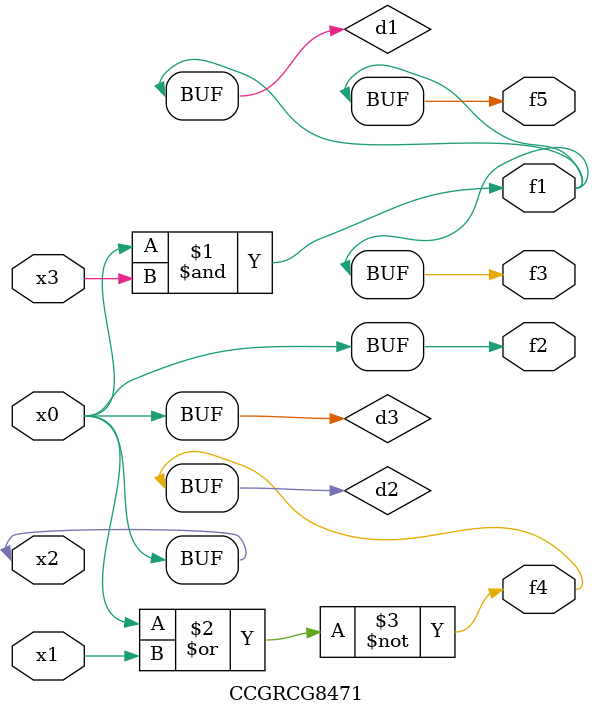
<source format=v>
module CCGRCG8471(
	input x0, x1, x2, x3,
	output f1, f2, f3, f4, f5
);

	wire d1, d2, d3;

	and (d1, x2, x3);
	nor (d2, x0, x1);
	buf (d3, x0, x2);
	assign f1 = d1;
	assign f2 = d3;
	assign f3 = d1;
	assign f4 = d2;
	assign f5 = d1;
endmodule

</source>
